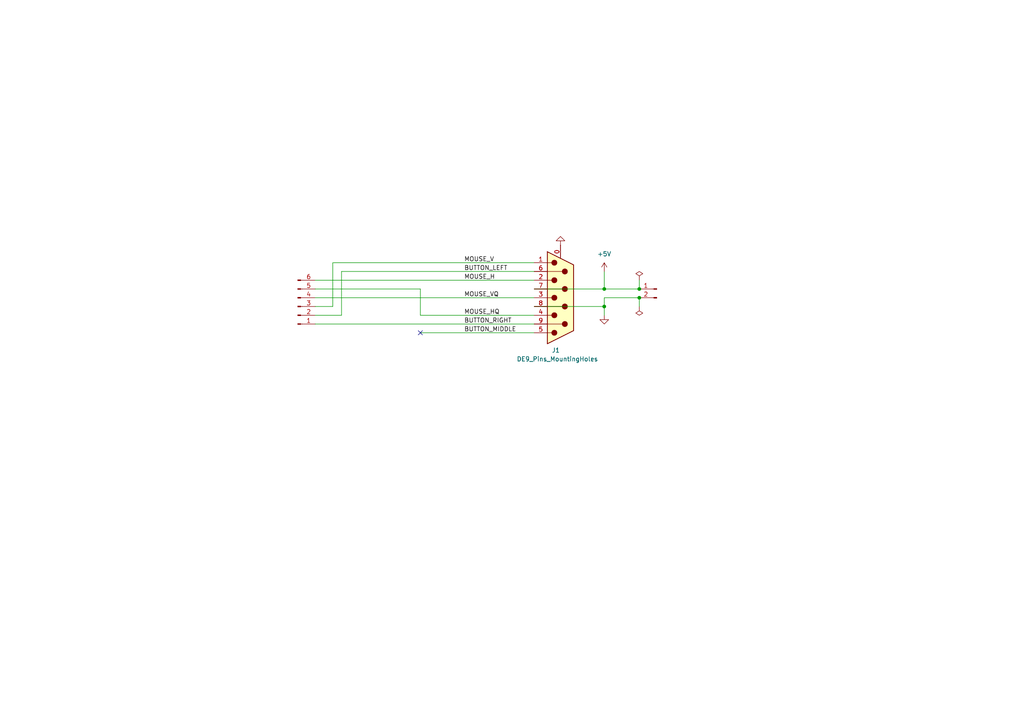
<source format=kicad_sch>
(kicad_sch (version 20250114) (generator "eeschema") (generator_version "9.0")
  (paper "A4")
  (title_block (title "Amiga Mouse Test RP2350") (date "2026-02-15") (rev "A"))
  (lib_symbols
    (symbol "Connector:Conn_01x02_Pin" (pin_names (offset 1.016) (hide yes))
      (property "Reference" "J" (at 0 2.54 0))
      (property "Value" "Conn_01x02_Pin" (at 0 -5.08 0))
      (symbol "Conn_01x02_Pin_1_1"
        (rectangle (start 0.8636 0.127) (end 0 -0.127) (stroke (width 0.1524)) (fill (type outline)))
        (rectangle (start 0.8636 -2.413) (end 0 -2.667) (stroke (width 0.1524)) (fill (type outline)))
        (polyline (pts (xy 1.27 0) (xy 0.8636 0)) (stroke (width 0.1524)))
        (polyline (pts (xy 1.27 -2.54) (xy 0.8636 -2.54)) (stroke (width 0.1524)))
        (pin passive line (at 5.08 0 180) (length 3.81) (name "Pin_1") (number "1"))
        (pin passive line (at 5.08 -2.54 180) (length 3.81) (name "Pin_2") (number "2"))
      )
    )
    (symbol "Connector:Conn_01x06_Pin" (pin_names (offset 1.016) (hide yes))
      (property "Reference" "J" (at 0 7.62 0))
      (property "Value" "Conn_01x06_Pin" (at 0 -10.16 0))
      (symbol "Conn_01x06_Pin_1_1"
        (rectangle (start 0.8636 5.207) (end 0 4.953) (stroke (width 0.1524)) (fill (type outline)))
        (rectangle (start 0.8636 2.667) (end 0 2.413) (stroke (width 0.1524)) (fill (type outline)))
        (rectangle (start 0.8636 0.127) (end 0 -0.127) (stroke (width 0.1524)) (fill (type outline)))
        (rectangle (start 0.8636 -2.413) (end 0 -2.667) (stroke (width 0.1524)) (fill (type outline)))
        (rectangle (start 0.8636 -4.953) (end 0 -5.207) (stroke (width 0.1524)) (fill (type outline)))
        (rectangle (start 0.8636 -7.493) (end 0 -7.747) (stroke (width 0.1524)) (fill (type outline)))
        (polyline (pts (xy 1.27 5.08) (xy 0.8636 5.08)) (stroke (width 0.1524)))
        (polyline (pts (xy 1.27 2.54) (xy 0.8636 2.54)) (stroke (width 0.1524)))
        (polyline (pts (xy 1.27 0) (xy 0.8636 0)) (stroke (width 0.1524)))
        (polyline (pts (xy 1.27 -2.54) (xy 0.8636 -2.54)) (stroke (width 0.1524)))
        (polyline (pts (xy 1.27 -5.08) (xy 0.8636 -5.08)) (stroke (width 0.1524)))
        (polyline (pts (xy 1.27 -7.62) (xy 0.8636 -7.62)) (stroke (width 0.1524)))
        (pin passive line (at 5.08 5.08 180) (length 3.81) (name "Pin_1") (number "1"))
        (pin passive line (at 5.08 2.54 180) (length 3.81) (name "Pin_2") (number "2"))
        (pin passive line (at 5.08 0 180) (length 3.81) (name "Pin_3") (number "3"))
        (pin passive line (at 5.08 -2.54 180) (length 3.81) (name "Pin_4") (number "4"))
        (pin passive line (at 5.08 -5.08 180) (length 3.81) (name "Pin_5") (number "5"))
        (pin passive line (at 5.08 -7.62 180) (length 3.81) (name "Pin_6") (number "6"))
      )
    )
    (symbol "Connector:DE9_Pins_MountingHoles" (pin_names (offset 1.016) (hide yes))
      (property "Reference" "J" (at 0 16.51 0))
      (property "Value" "DE9_Pins_MountingHoles" (at 0 14.605 0))
      (symbol "DE9_Pins_MountingHoles_0_1"
        (polyline (pts (xy -3.81 10.16) (xy -2.54 10.16)))
        (polyline (pts (xy -3.81 7.62) (xy 0.508 7.62)))
        (polyline (pts (xy -3.81 5.08) (xy -2.54 5.08)))
        (polyline (pts (xy -3.81 2.54) (xy 0.508 2.54)))
        (polyline (pts (xy -3.81 0) (xy -2.54 0)))
        (polyline (pts (xy -3.81 -2.54) (xy 0.508 -2.54)))
        (polyline (pts (xy -3.81 -5.08) (xy -2.54 -5.08)))
        (polyline (pts (xy -3.81 -7.62) (xy 0.508 -7.62)))
        (polyline (pts (xy -3.81 -10.16) (xy -2.54 -10.16)))
        (polyline (pts (xy -3.81 -13.335) (xy -3.81 13.335) (xy 3.81 9.525) (xy 3.81 -9.525) (xy -3.81 -13.335)) (stroke (width 0.254)) (fill (type background)))
        (circle (center -1.778 10.16) (radius 0.762) (fill (type outline)))
        (circle (center -1.778 5.08) (radius 0.762) (fill (type outline)))
        (circle (center -1.778 0) (radius 0.762) (fill (type outline)))
        (circle (center -1.778 -5.08) (radius 0.762) (fill (type outline)))
        (circle (center -1.778 -10.16) (radius 0.762) (fill (type outline)))
        (circle (center 1.27 7.62) (radius 0.762) (fill (type outline)))
        (circle (center 1.27 2.54) (radius 0.762) (fill (type outline)))
        (circle (center 1.27 -2.54) (radius 0.762) (fill (type outline)))
        (circle (center 1.27 -7.62) (radius 0.762) (fill (type outline)))
      )
      (symbol "DE9_Pins_MountingHoles_1_1"
        (pin passive line (at -7.62 10.16 0) (length 3.81) (name "5") (number "5"))
        (pin passive line (at -7.62 7.62 0) (length 3.81) (name "9") (number "9"))
        (pin passive line (at -7.62 5.08 0) (length 3.81) (name "4") (number "4"))
        (pin passive line (at -7.62 2.54 0) (length 3.81) (name "8") (number "8"))
        (pin passive line (at -7.62 0 0) (length 3.81) (name "3") (number "3"))
        (pin passive line (at -7.62 -2.54 0) (length 3.81) (name "7") (number "7"))
        (pin passive line (at -7.62 -5.08 0) (length 3.81) (name "2") (number "2"))
        (pin passive line (at -7.62 -7.62 0) (length 3.81) (name "6") (number "6"))
        (pin passive line (at -7.62 -10.16 0) (length 3.81) (name "1") (number "1"))
        (pin passive line (at 0 -15.24 90) (length 3.81) (name "PAD") (number "0"))
      )
    )
    (symbol "power:+5V" (power) (pin_numbers (hide yes)) (pin_names (offset 0) (hide yes))
      (property "Value" "+5V" (at 0 3.556 0))
      (symbol "+5V_0_1"
        (polyline (pts (xy -0.762 1.27) (xy 0 2.54)))
        (polyline (pts (xy 0 2.54) (xy 0.762 1.27)))
        (polyline (pts (xy 0 0) (xy 0 2.54)))
      )
      (symbol "+5V_1_1"
        (pin power_in line (at 0 0 90) (length 0) (name "~") (number "1"))
      )
    )
    (symbol "power:GND" (power) (pin_numbers (hide yes)) (pin_names (offset 0) (hide yes))
      (property "Value" "GND" (at 0 -3.81 0))
      (symbol "GND_0_1"
        (polyline (pts (xy 0 0) (xy 0 -1.27) (xy 1.27 -1.27) (xy 0 -2.54) (xy -1.27 -1.27) (xy 0 -1.27)))
      )
      (symbol "GND_1_1"
        (pin power_in line (at 0 0 270) (length 0) (name "~") (number "1"))
      )
    )
    (symbol "power:PWR_FLAG" (power) (pin_numbers (hide yes)) (pin_names (offset 0) (hide yes))
      (property "Value" "PWR_FLAG" (at 0 3.81 0))
      (symbol "PWR_FLAG_0_0"
        (pin power_out line (at 0 0 90) (length 0) (name "~") (number "1"))
      )
      (symbol "PWR_FLAG_0_1"
        (polyline (pts (xy 0 0) (xy 0 1.27) (xy -1.016 1.905) (xy 0 2.54) (xy 1.016 1.905) (xy 0 1.27)))
      )
    )
  )
  (junction (at 175.26 88.9))
  (junction (at 175.26 83.82))
  (junction (at 185.42 86.36))
  (junction (at 185.42 83.82))
  (no_connect (at 121.92 96.52))
  (wire (pts (xy 91.44 86.36) (xy 154.94 86.36)))
  (wire (pts (xy 99.06 91.44) (xy 99.06 78.74)))
  (wire (pts (xy 121.92 96.52) (xy 154.94 96.52)))
  (wire (pts (xy 175.26 88.9) (xy 175.26 91.44)))
  (wire (pts (xy 185.42 81.28) (xy 185.42 83.82)))
  (wire (pts (xy 99.06 78.74) (xy 154.94 78.74)))
  (wire (pts (xy 91.44 81.28) (xy 154.94 81.28)))
  (wire (pts (xy 96.52 76.2) (xy 96.52 88.9)))
  (wire (pts (xy 154.94 91.44) (xy 121.92 91.44)))
  (wire (pts (xy 96.52 76.2) (xy 154.94 76.2)))
  (wire (pts (xy 121.92 83.82) (xy 91.44 83.82)))
  (wire (pts (xy 185.42 88.9) (xy 185.42 86.36)))
  (wire (pts (xy 91.44 88.9) (xy 96.52 88.9)))
  (wire (pts (xy 91.44 91.44) (xy 99.06 91.44)))
  (wire (pts (xy 175.26 78.74) (xy 175.26 83.82)))
  (wire (pts (xy 154.94 83.82) (xy 175.26 83.82)))
  (wire (pts (xy 121.92 91.44) (xy 121.92 83.82)))
  (wire (pts (xy 185.42 83.82) (xy 175.26 83.82)))
  (wire (pts (xy 175.26 86.36) (xy 185.42 86.36)))
  (wire (pts (xy 91.44 93.98) (xy 154.94 93.98)))
  (wire (pts (xy 175.26 88.9) (xy 154.94 88.9)))
  (wire (pts (xy 175.26 88.9) (xy 175.26 86.36)))
  (label "BUTTON_MIDDLE" (at 134.62 96.52 0))
  (label "MOUSE_HQ" (at 134.62 91.44 0))
  (label "BUTTON_RIGHT" (at 134.62 93.98 0))
  (label "MOUSE_H" (at 134.62 81.28 0))
  (label "MOUSE_V" (at 134.62 76.2 0))
  (label "MOUSE_VQ" (at 134.62 86.36 0))
  (label "BUTTON_LEFT" (at 134.62 78.74 0))
  (symbol (lib_id "power:PWR_FLAG") (at 185.42 81.28 0) (mirror y) (unit 1)
    (property "Reference" "#FLG01" (effects (hide yes)))
    (property "Value" "PWR_FLAG" (effects (hide yes)))
    (property "Description" "Special symbol for telling ERC where power comes from" (effects (hide yes)))
  )
  (symbol (lib_id "power:PWR_FLAG") (at 185.42 88.9 180) (unit 1)
    (property "Reference" "#FLG02" (effects (hide yes)))
    (property "Value" "PWR_FLAG" (effects (hide yes)))
    (property "Description" "Special symbol for telling ERC where power comes from" (effects (hide yes)))
  )
  (symbol (lib_id "Connector:Conn_01x06_Pin") (at 86.36 88.9 0) (mirror x) (unit 1)
    (property "Reference" "J3" (effects (hide yes)))
    (property "Value" "Conn_01x02_Pin" (effects (hide yes)))
    (property "Footprint" "Connector_PinHeader_2.54mm:PinHeader_1x06_P2.54mm_Vertical" (effects (hide yes)))
    (property "Description" "Generic connector, single row, 01x06, script generated" (effects (hide yes)))
  )
  (symbol (lib_id "power:GND") (at 162.56 71.12 0) (mirror x) (unit 1)
    (property "Reference" "#PWR03" (effects (hide yes)))
    (property "Value" "GND" (effects (hide yes)))
    (property "Description" "Power symbol creates a global label with name \"GND\" , ground" (effects (hide yes)))
  )
  (symbol (lib_id "Connector:Conn_01x02_Pin") (at 190.5 83.82 0) (mirror y) (unit 1)
    (property "Reference" "J2" (effects (hide yes)))
    (property "Value" "Conn_01x02_Pin" (effects (hide yes)))
    (property "Footprint" "Connector_PinHeader_2.54mm:PinHeader_1x02_P2.54mm_Vertical" (effects (hide yes)))
    (property "Description" "Generic connector, single row, 01x02, script generated" (effects (hide yes)))
  )
  (symbol (lib_id "Connector:DE9_Pins_MountingHoles") (at 162.56 86.36 0) (mirror x) (unit 1)
    (property "Reference" "J1" (at 160.02 101.6 0) (effects (justify left)))
    (property "Value" "DE9_Pins_MountingHoles" (at 149.86 104.14 0) (effects (justify left)))
    (property "Footprint" "Connector_Dsub:DSUB-9_Pins_Horizontal_P2.77x2.84mm_EdgePinOffset4.94mm_Housed_MountingHolesOffset4.94mm" (effects (hide yes)))
    (property "Description" "9-pin D-SUB connector, pins (male), Mounting Hole" (effects (hide yes)))
  )
  (symbol (lib_id "power:GND") (at 175.26 91.44 0) (mirror y) (unit 1)
    (property "Reference" "#PWR02" (effects (hide yes)))
    (property "Value" "GND" (effects (hide yes)))
    (property "Description" "Power symbol creates a global label with name \"GND\" , ground" (effects (hide yes)))
  )
  (symbol (lib_id "power:+5V") (at 175.26 78.74 0) (mirror y) (unit 1)
    (property "Reference" "#PWR01" (effects (hide yes)))
    (property "Value" "+5V" (at 175.26 73.66 0))
    (property "Description" "Power symbol creates a global label with name \"+5V\"" (effects (hide yes)))
  )
)
</source>
